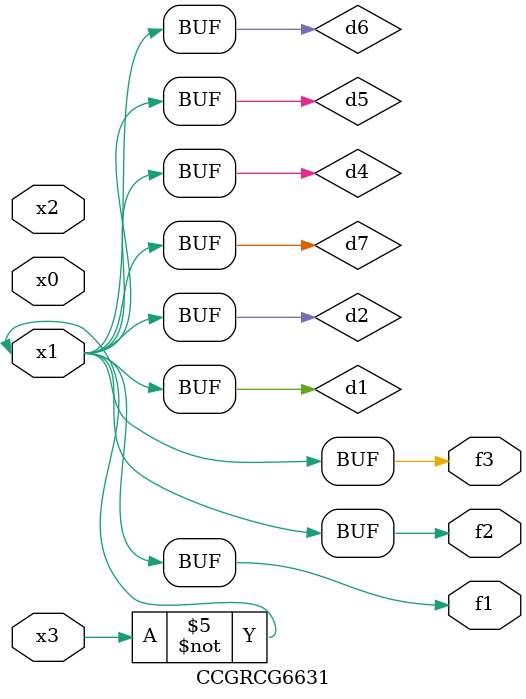
<source format=v>
module CCGRCG6631(
	input x0, x1, x2, x3,
	output f1, f2, f3
);

	wire d1, d2, d3, d4, d5, d6, d7;

	not (d1, x3);
	buf (d2, x1);
	xnor (d3, d1, d2);
	nor (d4, d1);
	buf (d5, d1, d2);
	buf (d6, d4, d5);
	nand (d7, d4);
	assign f1 = d6;
	assign f2 = d7;
	assign f3 = d6;
endmodule

</source>
